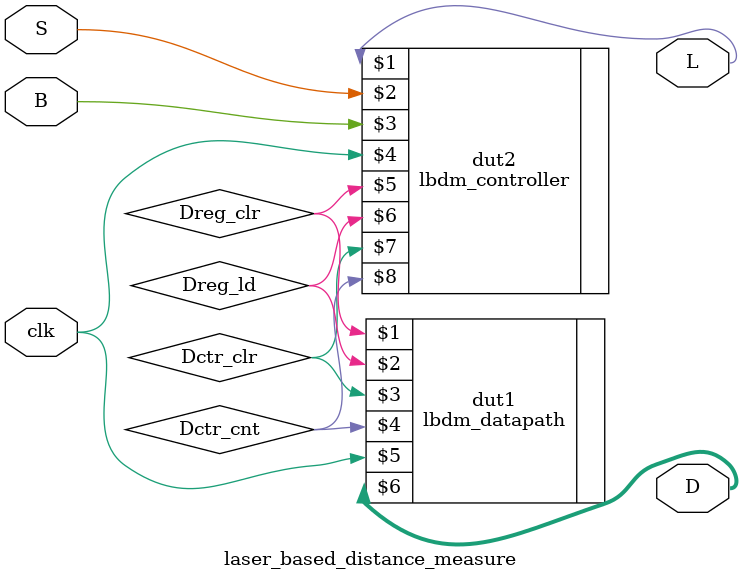
<source format=v>
module laser_based_distance_measure (B, L, D, S, clk);

	input B, S, clk;
	output [15:0] D;
	output L;
	wire Dreg_clr, Dreg_ld, Dctr_clr, Dctr_cnt;
	lbdm_datapath dut1 (Dreg_clr, Dreg_ld, Dctr_clr, Dctr_cnt, clk, D);
	lbdm_controller dut2 (L, S, B, clk, Dreg_clr, Dreg_ld, Dctr_clr, Dctr_cnt);
	
endmodule
</source>
